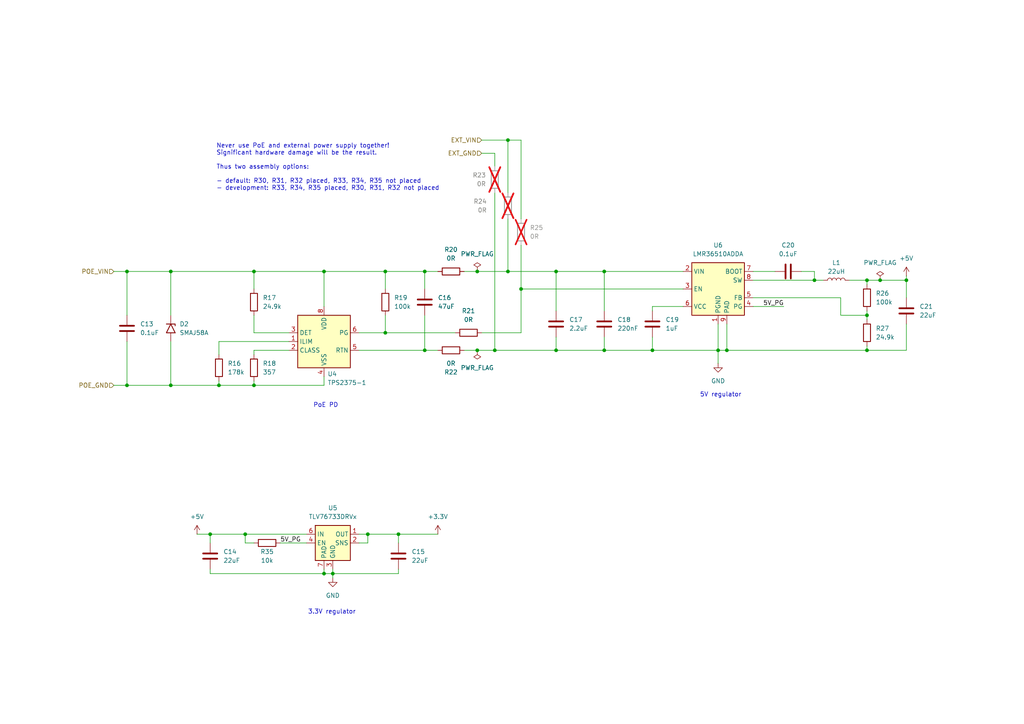
<source format=kicad_sch>
(kicad_sch (version 20250114) (generator "eeschema") (generator_version "9.0")
  (paper "A4")
  (title_block (title "iot-contact"))
  (lib_symbols
    (symbol "Device:C" (pin_numbers (hide yes)) (pin_names (offset 0.254))
      (property "Reference" "C" (at 0.635 2.54 0))
      (property "Value" "C" (at 0.635 -2.54 0))
      (symbol "C_0_1"
        (polyline (pts (xy -2.032 0.762) (xy 2.032 0.762)) (stroke (width 0.508)))
        (polyline (pts (xy -2.032 -0.762) (xy 2.032 -0.762)) (stroke (width 0.508)))
      )
      (symbol "C_1_1"
        (pin passive line (at 0 3.81 270) (length 2.794) (name "~") (number "1"))
        (pin passive line (at 0 -3.81 90) (length 2.794) (name "~") (number "2"))
      )
    )
    (symbol "Device:L" (pin_numbers (hide yes)) (pin_names (offset 1.016) (hide yes))
      (property "Reference" "L" (at -1.27 0 90))
      (property "Value" "L" (at 1.905 0 90))
      (symbol "L_0_1"
        (arc (start 0 2.54) (mid 0.6323 1.905) (end 0 1.27))
        (arc (start 0 1.27) (mid 0.6323 0.635) (end 0 0))
        (arc (start 0 0) (mid 0.6323 -0.635) (end 0 -1.27))
        (arc (start 0 -1.27) (mid 0.6323 -1.905) (end 0 -2.54))
      )
      (symbol "L_1_1"
        (pin passive line (at 0 3.81 270) (length 1.27) (name "1") (number "1"))
        (pin passive line (at 0 -3.81 90) (length 1.27) (name "2") (number "2"))
      )
    )
    (symbol "Device:R" (pin_numbers (hide yes)) (pin_names (offset 0))
      (property "Reference" "R" (at 2.032 0 90))
      (property "Value" "R" (at 0 0 90))
      (symbol "R_0_1"
        (rectangle (start -1.016 -2.54) (end 1.016 2.54) (stroke (width 0.254)))
      )
      (symbol "R_1_1"
        (pin passive line (at 0 3.81 270) (length 1.27) (name "~") (number "1"))
        (pin passive line (at 0 -3.81 90) (length 1.27) (name "~") (number "2"))
      )
    )
    (symbol "Diode:SMAJ58A" (pin_numbers (hide yes)) (pin_names (offset 1.016) (hide yes))
      (property "Reference" "D" (at 0 2.54 0))
      (property "Value" "SMAJ58A" (at 0 -2.54 0))
      (symbol "SMAJ58A_0_1"
        (polyline (pts (xy -0.762 1.27) (xy -1.27 1.27) (xy -1.27 -1.27)) (stroke (width 0.254)))
        (polyline (pts (xy 1.27 1.27) (xy 1.27 -1.27) (xy -1.27 0) (xy 1.27 1.27)) (stroke (width 0.254)))
      )
      (symbol "SMAJ58A_1_1"
        (pin passive line (at -3.81 0 0) (length 2.54) (name "A1") (number "1"))
        (pin passive line (at 3.81 0 180) (length 2.54) (name "A2") (number "2"))
      )
    )
    (symbol "Regulator_Controller:TPS2375-1"
      (property "Reference" "U" (at 2.54 -8.89 0))
      (property "Value" "TPS2375-1" (at 7.62 -11.43 0))
      (symbol "TPS2375-1_0_1"
        (rectangle (start -7.62 7.62) (end 7.62 -7.62) (stroke (width 0.254)) (fill (type background)))
      )
      (symbol "TPS2375-1_1_1"
        (pin passive line (at -10.16 2.54 0) (length 2.54) (name "DET") (number "3"))
        (pin passive line (at -10.16 0 0) (length 2.54) (name "ILIM") (number "1"))
        (pin passive line (at -10.16 -2.54 0) (length 2.54) (name "CLASS") (number "2"))
        (pin power_in line (at 0 10.16 270) (length 2.54) (name "VDD") (number "8"))
        (pin power_in line (at 0 -10.16 90) (length 2.54) (name "VSS") (number "4"))
        (pin no_connect line (at 7.62 0 180) (length 2.54) (hide yes) (name "NC") (number "7"))
        (pin open_collector line (at 10.16 2.54 180) (length 2.54) (name "PG") (number "6"))
        (pin power_out line (at 10.16 -2.54 180) (length 2.54) (name "RTN") (number "5"))
      )
    )
    (symbol "Regulator_Linear:TLV76733DRVx"
      (property "Reference" "U" (at 0 8.89 0))
      (property "Value" "TLV76733DRVx" (at 0 6.35 0))
      (symbol "TLV76733DRVx_0_1"
        (rectangle (start -5.08 -5.08) (end 5.08 5.08) (stroke (width 0.254)) (fill (type background)))
      )
      (symbol "TLV76733DRVx_1_1"
        (pin power_in line (at -7.62 2.54 0) (length 2.54) (name "IN") (number "6"))
        (pin input line (at -7.62 0 0) (length 2.54) (name "EN") (number "4"))
        (pin passive line (at -2.54 -7.62 90) (length 2.54) (name "PAD") (number "7"))
        (pin power_in line (at 0 -7.62 90) (length 2.54) (name "GND") (number "3"))
        (pin passive line (at 0 -7.62 90) (length 2.54) (hide yes) (name "GND") (number "5"))
        (pin power_out line (at 7.62 2.54 180) (length 2.54) (name "OUT") (number "1"))
        (pin input line (at 7.62 0 180) (length 2.54) (name "SNS") (number "2"))
      )
    )
    (symbol "Regulator_Switching:LMR36510ADDA"
      (property "Reference" "U" (at 0 11.43 0))
      (property "Value" "LMR36510ADDA" (at 0 8.89 0))
      (symbol "LMR36510ADDA_0_1"
        (rectangle (start -7.62 7.62) (end 7.62 -7.62) (stroke (width 0.254)) (fill (type background)))
      )
      (symbol "LMR36510ADDA_1_1"
        (pin power_in line (at -10.16 5.08 0) (length 2.54) (name "VIN") (number "2"))
        (pin input line (at -10.16 0 0) (length 2.54) (name "EN") (number "3"))
        (pin power_out line (at -10.16 -5.08 0) (length 2.54) (name "VCC") (number "6"))
        (pin power_in line (at 0 -10.16 90) (length 2.54) (name "PGND") (number "1"))
        (pin power_in line (at 2.54 -10.16 90) (length 2.54) (name "PAD") (number "9"))
        (pin input line (at 10.16 5.08 180) (length 2.54) (name "BOOT") (number "7"))
        (pin output line (at 10.16 2.54 180) (length 2.54) (name "SW") (number "8"))
        (pin input line (at 10.16 -2.54 180) (length 2.54) (name "FB") (number "5"))
        (pin open_collector line (at 10.16 -5.08 180) (length 2.54) (name "PG") (number "4"))
      )
    )
    (symbol "power:+3.3V" (power) (pin_numbers (hide yes)) (pin_names (offset 0) (hide yes))
      (property "Value" "+3.3V" (at 0 3.556 0))
      (symbol "+3.3V_0_1"
        (polyline (pts (xy -0.762 1.27) (xy 0 2.54)))
        (polyline (pts (xy 0 2.54) (xy 0.762 1.27)))
        (polyline (pts (xy 0 0) (xy 0 2.54)))
      )
      (symbol "+3.3V_1_1"
        (pin power_in line (at 0 0 90) (length 0) (name "~") (number "1"))
      )
    )
    (symbol "power:+5V" (power) (pin_numbers (hide yes)) (pin_names (offset 0) (hide yes))
      (property "Value" "+5V" (at 0 3.556 0))
      (symbol "+5V_0_1"
        (polyline (pts (xy -0.762 1.27) (xy 0 2.54)))
        (polyline (pts (xy 0 2.54) (xy 0.762 1.27)))
        (polyline (pts (xy 0 0) (xy 0 2.54)))
      )
      (symbol "+5V_1_1"
        (pin power_in line (at 0 0 90) (length 0) (name "~") (number "1"))
      )
    )
    (symbol "power:GND" (power) (pin_numbers (hide yes)) (pin_names (offset 0) (hide yes))
      (property "Value" "GND" (at 0 -3.81 0))
      (symbol "GND_0_1"
        (polyline (pts (xy 0 0) (xy 0 -1.27) (xy 1.27 -1.27) (xy 0 -2.54) (xy -1.27 -1.27) (xy 0 -1.27)))
      )
      (symbol "GND_1_1"
        (pin power_in line (at 0 0 270) (length 0) (name "~") (number "1"))
      )
    )
    (symbol "power:PWR_FLAG" (power) (pin_numbers (hide yes)) (pin_names (offset 0) (hide yes))
      (property "Value" "PWR_FLAG" (at 0 3.81 0))
      (symbol "PWR_FLAG_0_0"
        (pin power_out line (at 0 0 90) (length 0) (name "~") (number "1"))
      )
      (symbol "PWR_FLAG_0_1"
        (polyline (pts (xy 0 0) (xy 0 1.27) (xy -1.016 1.905) (xy 0 2.54) (xy 1.016 1.905) (xy 0 1.27)))
      )
    )
  )
  (text "Never use PoE and external power supply together!\nSignificant hardware damage will be the result.\n\nThus two assembly options:\n\n- default: R30, R31, R32 placed, R33, R34, R35 not placed\n- development: R33, R34, R35 placed, R30, R31, R32 not placed" (at 62.738 48.514 0) (effects (font (size 1.27 1.27)) (justify left)))
  (text "5V regulator" (at 209.042 114.554 0) (effects (font (size 1.27 1.27))))
  (text "PoE PD" (at 94.488 117.602 0) (effects (font (size 1.27 1.27))))
  (text "3.3V regulator\n" (at 96.266 177.546 0) (effects (font (size 1.27 1.27))))
  (junction (at 161.29 78.74))
  (junction (at 96.52 166.37))
  (junction (at 60.96 154.94))
  (junction (at 175.26 101.6))
  (junction (at 138.43 101.6))
  (junction (at 36.83 78.74))
  (junction (at 143.51 101.6))
  (junction (at 251.46 91.44))
  (junction (at 36.83 111.76))
  (junction (at 251.46 81.28))
  (junction (at 93.98 78.74))
  (junction (at 115.57 154.94))
  (junction (at 151.13 83.82))
  (junction (at 63.5 111.76))
  (junction (at 175.26 78.74))
  (junction (at 255.27 81.28))
  (junction (at 189.23 101.6))
  (junction (at 123.19 78.74))
  (junction (at 71.12 154.94))
  (junction (at 251.46 101.6))
  (junction (at 138.43 78.74))
  (junction (at 147.32 78.74))
  (junction (at 106.68 154.94))
  (junction (at 49.53 111.76))
  (junction (at 73.66 111.76))
  (junction (at 111.76 96.52))
  (junction (at 236.22 81.28))
  (junction (at 111.76 78.74))
  (junction (at 262.89 81.28))
  (junction (at 93.98 166.37))
  (junction (at 73.66 78.74))
  (junction (at 49.53 78.74))
  (junction (at 147.32 40.64))
  (junction (at 161.29 101.6))
  (junction (at 123.19 101.6))
  (junction (at 208.28 101.6))
  (junction (at 210.82 101.6))
  (wire (pts (xy 104.14 154.94) (xy 106.68 154.94)))
  (wire (pts (xy 115.57 165.1) (xy 115.57 166.37)))
  (wire (pts (xy 147.32 78.74) (xy 161.29 78.74)))
  (wire (pts (xy 106.68 157.48) (xy 106.68 154.94)))
  (wire (pts (xy 71.12 154.94) (xy 88.9 154.94)))
  (wire (pts (xy 189.23 101.6) (xy 208.28 101.6)))
  (wire (pts (xy 115.57 154.94) (xy 127 154.94)))
  (wire (pts (xy 262.89 93.98) (xy 262.89 101.6)))
  (wire (pts (xy 60.96 154.94) (xy 71.12 154.94)))
  (wire (pts (xy 73.66 96.52) (xy 83.82 96.52)))
  (wire (pts (xy 243.84 91.44) (xy 251.46 91.44)))
  (wire (pts (xy 255.27 81.28) (xy 262.89 81.28)))
  (wire (pts (xy 232.41 78.74) (xy 236.22 78.74)))
  (wire (pts (xy 134.62 101.6) (xy 138.43 101.6)))
  (wire (pts (xy 161.29 101.6) (xy 175.26 101.6)))
  (wire (pts (xy 106.68 154.94) (xy 115.57 154.94)))
  (wire (pts (xy 218.44 86.36) (xy 243.84 86.36)))
  (wire (pts (xy 81.28 157.48) (xy 88.9 157.48)))
  (wire (pts (xy 104.14 101.6) (xy 123.19 101.6)))
  (wire (pts (xy 251.46 81.28) (xy 255.27 81.28)))
  (wire (pts (xy 96.52 166.37) (xy 96.52 167.64)))
  (wire (pts (xy 60.96 166.37) (xy 93.98 166.37)))
  (wire (pts (xy 123.19 78.74) (xy 127 78.74)))
  (wire (pts (xy 111.76 78.74) (xy 111.76 83.82)))
  (wire (pts (xy 49.53 111.76) (xy 63.5 111.76)))
  (wire (pts (xy 208.28 101.6) (xy 208.28 105.41)))
  (wire (pts (xy 123.19 101.6) (xy 127 101.6)))
  (wire (pts (xy 175.26 78.74) (xy 175.26 90.17)))
  (wire (pts (xy 73.66 78.74) (xy 93.98 78.74)))
  (wire (pts (xy 49.53 78.74) (xy 73.66 78.74)))
  (wire (pts (xy 151.13 40.64) (xy 147.32 40.64)))
  (wire (pts (xy 189.23 90.17) (xy 189.23 88.9)))
  (wire (pts (xy 111.76 78.74) (xy 123.19 78.74)))
  (wire (pts (xy 73.66 91.44) (xy 73.66 96.52)))
  (wire (pts (xy 93.98 165.1) (xy 93.98 166.37)))
  (wire (pts (xy 189.23 97.79) (xy 189.23 101.6)))
  (wire (pts (xy 236.22 78.74) (xy 236.22 81.28)))
  (wire (pts (xy 175.26 97.79) (xy 175.26 101.6)))
  (wire (pts (xy 33.02 78.74) (xy 36.83 78.74)))
  (wire (pts (xy 147.32 40.64) (xy 147.32 55.88)))
  (wire (pts (xy 115.57 166.37) (xy 96.52 166.37)))
  (wire (pts (xy 73.66 102.87) (xy 73.66 101.6)))
  (wire (pts (xy 210.82 101.6) (xy 251.46 101.6)))
  (wire (pts (xy 161.29 78.74) (xy 161.29 90.17)))
  (wire (pts (xy 143.51 101.6) (xy 161.29 101.6)))
  (wire (pts (xy 123.19 91.44) (xy 123.19 101.6)))
  (wire (pts (xy 251.46 81.28) (xy 251.46 82.55)))
  (wire (pts (xy 123.19 78.74) (xy 123.19 83.82)))
  (wire (pts (xy 208.28 93.98) (xy 208.28 101.6)))
  (wire (pts (xy 73.66 101.6) (xy 83.82 101.6)))
  (wire (pts (xy 138.43 78.74) (xy 147.32 78.74)))
  (wire (pts (xy 96.52 165.1) (xy 96.52 166.37)))
  (wire (pts (xy 36.83 99.06) (xy 36.83 111.76)))
  (wire (pts (xy 251.46 100.33) (xy 251.46 101.6)))
  (wire (pts (xy 151.13 71.12) (xy 151.13 83.82)))
  (wire (pts (xy 262.89 81.28) (xy 262.89 86.36)))
  (wire (pts (xy 73.66 78.74) (xy 73.66 83.82)))
  (wire (pts (xy 210.82 93.98) (xy 210.82 101.6)))
  (wire (pts (xy 93.98 78.74) (xy 111.76 78.74)))
  (wire (pts (xy 175.26 78.74) (xy 198.12 78.74)))
  (wire (pts (xy 93.98 166.37) (xy 96.52 166.37)))
  (wire (pts (xy 147.32 63.5) (xy 147.32 78.74)))
  (wire (pts (xy 49.53 78.74) (xy 49.53 91.44)))
  (wire (pts (xy 210.82 101.6) (xy 208.28 101.6)))
  (wire (pts (xy 251.46 91.44) (xy 251.46 92.71)))
  (wire (pts (xy 63.5 110.49) (xy 63.5 111.76)))
  (wire (pts (xy 139.7 44.45) (xy 143.51 44.45)))
  (wire (pts (xy 175.26 101.6) (xy 189.23 101.6)))
  (wire (pts (xy 93.98 78.74) (xy 93.98 88.9)))
  (wire (pts (xy 139.7 40.64) (xy 147.32 40.64)))
  (wire (pts (xy 111.76 91.44) (xy 111.76 96.52)))
  (wire (pts (xy 243.84 86.36) (xy 243.84 91.44)))
  (wire (pts (xy 36.83 78.74) (xy 36.83 91.44)))
  (wire (pts (xy 218.44 78.74) (xy 224.79 78.74)))
  (wire (pts (xy 60.96 154.94) (xy 60.96 157.48)))
  (wire (pts (xy 143.51 44.45) (xy 143.51 48.26)))
  (wire (pts (xy 71.12 157.48) (xy 71.12 154.94)))
  (wire (pts (xy 218.44 81.28) (xy 236.22 81.28)))
  (wire (pts (xy 63.5 111.76) (xy 73.66 111.76)))
  (wire (pts (xy 93.98 111.76) (xy 93.98 109.22)))
  (wire (pts (xy 218.44 88.9) (xy 227.33 88.9)))
  (wire (pts (xy 138.43 101.6) (xy 143.51 101.6)))
  (wire (pts (xy 151.13 96.52) (xy 151.13 83.82)))
  (wire (pts (xy 104.14 96.52) (xy 111.76 96.52)))
  (wire (pts (xy 251.46 90.17) (xy 251.46 91.44)))
  (wire (pts (xy 151.13 83.82) (xy 198.12 83.82)))
  (wire (pts (xy 57.15 154.94) (xy 60.96 154.94)))
  (wire (pts (xy 161.29 97.79) (xy 161.29 101.6)))
  (wire (pts (xy 60.96 165.1) (xy 60.96 166.37)))
  (wire (pts (xy 251.46 101.6) (xy 262.89 101.6)))
  (wire (pts (xy 161.29 78.74) (xy 175.26 78.74)))
  (wire (pts (xy 143.51 55.88) (xy 143.51 101.6)))
  (wire (pts (xy 73.66 110.49) (xy 73.66 111.76)))
  (wire (pts (xy 246.38 81.28) (xy 251.46 81.28)))
  (wire (pts (xy 73.66 111.76) (xy 93.98 111.76)))
  (wire (pts (xy 63.5 102.87) (xy 63.5 99.06)))
  (wire (pts (xy 33.02 111.76) (xy 36.83 111.76)))
  (wire (pts (xy 104.14 157.48) (xy 106.68 157.48)))
  (wire (pts (xy 236.22 81.28) (xy 238.76 81.28)))
  (wire (pts (xy 115.57 157.48) (xy 115.57 154.94)))
  (wire (pts (xy 134.62 78.74) (xy 138.43 78.74)))
  (wire (pts (xy 139.7 96.52) (xy 151.13 96.52)))
  (wire (pts (xy 63.5 99.06) (xy 83.82 99.06)))
  (wire (pts (xy 36.83 111.76) (xy 49.53 111.76)))
  (wire (pts (xy 73.66 157.48) (xy 71.12 157.48)))
  (wire (pts (xy 189.23 88.9) (xy 198.12 88.9)))
  (wire (pts (xy 36.83 78.74) (xy 49.53 78.74)))
  (wire (pts (xy 262.89 81.28) (xy 262.89 80.01)))
  (wire (pts (xy 49.53 99.06) (xy 49.53 111.76)))
  (wire (pts (xy 111.76 96.52) (xy 132.08 96.52)))
  (wire (pts (xy 151.13 63.5) (xy 151.13 40.64)))
  (label "5V_PG" (at 227.33 88.9 180))
  (label "5V_PG" (at 81.28 157.48 0))
  (hierarchical_label "EXT_GND" (shape input) (at 139.7 44.45 180))
  (hierarchical_label "POE_GND" (shape input) (at 33.02 111.76 180))
  (hierarchical_label "POE_VIN" (shape input) (at 33.02 78.74 180))
  (hierarchical_label "EXT_VIN" (shape input) (at 139.7 40.64 180))
  (symbol (lib_id "Device:C") (at 36.83 95.25 0) (unit 1)
    (property "Reference" "C13" (at 40.64 93.9799 0) (effects (justify left)))
    (property "Value" "0.1uF" (at 40.64 96.5199 0) (effects (justify left)))
    (property "Description" "Unpolarized capacitor" (effects (hide yes)))
  )
  (symbol (lib_id "Device:R") (at 111.76 87.63 0) (unit 1)
    (property "Reference" "R19" (at 114.3 86.3599 0) (effects (justify left)))
    (property "Value" "100k" (at 114.3 88.8999 0) (effects (justify left)))
    (property "Description" "Resistor" (effects (hide yes)))
  )
  (symbol (lib_id "Regulator_Linear:TLV76733DRVx") (at 96.52 157.48 0) (unit 1)
    (property "Reference" "U5" (at 96.52 147.32 0))
    (property "Value" "TLV76733DRVx" (at 96.52 149.86 0))
    (property "Footprint" "Package_SON:WSON-6-1EP_2x2mm_P0.65mm_EP1x1.6mm_ThermalVias" (effects (hide yes)))
    (property "Datasheet" "www.ti.com/lit/gpn/TLV767" (effects (hide yes)))
    (property "Description" "1A Precision Linear Voltage Regulator, with enable pin, Fixed Output 3.3V, WSON6" (effects (hide yes)))
  )
  (symbol (lib_id "Device:R") (at 130.81 101.6 90) (mirror x) (unit 1)
    (property "Reference" "R22" (at 130.81 107.95 90))
    (property "Value" "0R" (at 130.81 105.41 90))
    (property "Description" "Resistor" (effects (hide yes)))
  )
  (symbol (lib_id "Regulator_Controller:TPS2375-1") (at 93.98 99.06 0) (unit 1)
    (property "Reference" "U4" (at 94.996 108.458 0) (effects (justify left)))
    (property "Value" "TPS2375-1" (at 94.996 110.998 0) (effects (justify left)))
    (property "Footprint" "Package_SO:TSSOP-8_4.4x3mm_P0.65mm" (effects (hide yes)))
    (property "Datasheet" "https://www.ti.com/lit/gpn/tps2375-1" (effects (hide yes)))
    (property "Description" "IEEE802.3af PoE Controller, Auto-Retry" (effects (hide yes)))
  )
  (symbol (lib_id "power:+3.3V") (at 127 154.94 0) (unit 1)
    (property "Reference" "#PWR035" (effects (hide yes)))
    (property "Value" "+3.3V" (at 127 149.86 0))
    (property "Description" "Power symbol creates a global label with name \"+3.3V\"" (effects (hide yes)))
  )
  (symbol (lib_id "Device:R") (at 73.66 106.68 0) (unit 1)
    (property "Reference" "R18" (at 76.2 105.4099 0) (effects (justify left)))
    (property "Value" "357" (at 76.2 107.9499 0) (effects (justify left)))
    (property "Description" "Resistor" (effects (hide yes)))
  )
  (symbol (lib_id "Device:R") (at 147.32 59.69 0) (mirror y) (unit 1) (dnp yes)
    (property "Reference" "R24" (at 141.224 58.42 0) (effects (justify left)))
    (property "Value" "0R" (at 141.224 60.96 0) (effects (justify left)))
    (property "Description" "Resistor" (effects (hide yes)))
  )
  (symbol (lib_id "Diode:SMAJ58A") (at 49.53 95.25 270) (unit 1)
    (property "Reference" "D2" (at 52.07 93.9799 90) (effects (justify left)))
    (property "Value" "SMAJ58A" (at 52.07 96.5199 90) (effects (justify left)))
    (property "Footprint" "Diode_SMD:D_SMA" (effects (hide yes)))
    (property "Datasheet" "https://www.littelfuse.com/media?resourcetype=datasheets&itemid=75e32973-b177-4ee3-a0ff-cedaf1abdb93&filename=smaj-datasheet" (effects (hide yes)))
    (property "Description" "400W unidirectional Transient Voltage Suppressor, 58.0Vr, SMA(DO-214AC)" (effects (hide yes)))
  )
  (symbol (lib_id "Device:R") (at 251.46 96.52 0) (unit 1)
    (property "Reference" "R27" (at 254 95.2499 0) (effects (justify left)))
    (property "Value" "24.9k" (at 254 97.7899 0) (effects (justify left)))
    (property "Description" "Resistor" (effects (hide yes)))
  )
  (symbol (lib_id "Device:R") (at 251.46 86.36 0) (unit 1)
    (property "Reference" "R26" (at 254 85.0899 0) (effects (justify left)))
    (property "Value" "100k" (at 254 87.6299 0) (effects (justify left)))
    (property "Description" "Resistor" (effects (hide yes)))
  )
  (symbol (lib_id "power:+5V") (at 262.89 80.01 0) (unit 1)
    (property "Reference" "#PWR037" (effects (hide yes)))
    (property "Value" "+5V" (at 262.89 74.93 0))
    (property "Description" "Power symbol creates a global label with name \"+5V\"" (effects (hide yes)))
  )
  (symbol (lib_id "power:PWR_FLAG") (at 138.43 101.6 0) (mirror x) (unit 1)
    (property "Reference" "#FLG09" (effects (hide yes)))
    (property "Value" "PWR_FLAG" (at 138.43 106.68 0))
    (property "Description" "Special symbol for telling ERC where power comes from" (effects (hide yes)))
  )
  (symbol (lib_id "Device:C") (at 175.26 93.98 0) (unit 1)
    (property "Reference" "C18" (at 179.07 92.7099 0) (effects (justify left)))
    (property "Value" "220nF" (at 179.07 95.2499 0) (effects (justify left)))
    (property "Description" "Unpolarized capacitor" (effects (hide yes)))
  )
  (symbol (lib_id "power:GND") (at 208.28 105.41 0) (unit 1)
    (property "Reference" "#PWR036" (effects (hide yes)))
    (property "Value" "GND" (at 208.28 110.49 0))
    (property "Description" "Power symbol creates a global label with name \"GND\" , ground" (effects (hide yes)))
  )
  (symbol (lib_id "Device:R") (at 135.89 96.52 90) (unit 1)
    (property "Reference" "R21" (at 135.89 90.17 90))
    (property "Value" "0R" (at 135.89 92.71 90))
    (property "Description" "Resistor" (effects (hide yes)))
  )
  (symbol (lib_id "power:PWR_FLAG") (at 138.43 78.74 0) (unit 1)
    (property "Reference" "#FLG01" (effects (hide yes)))
    (property "Value" "PWR_FLAG" (at 138.43 73.66 0))
    (property "Description" "Special symbol for telling ERC where power comes from" (effects (hide yes)))
  )
  (symbol (lib_id "power:+5V") (at 57.15 154.94 0) (unit 1)
    (property "Reference" "#PWR033" (effects (hide yes)))
    (property "Value" "+5V" (at 57.15 149.86 0))
    (property "Description" "Power symbol creates a global label with name \"+5V\"" (effects (hide yes)))
  )
  (symbol (lib_id "Device:C") (at 115.57 161.29 0) (unit 1)
    (property "Reference" "C15" (at 119.38 160.0199 0) (effects (justify left)))
    (property "Value" "22uF" (at 119.38 162.5599 0) (effects (justify left)))
    (property "Description" "Unpolarized capacitor" (effects (hide yes)))
  )
  (symbol (lib_id "Device:R") (at 143.51 52.07 0) (mirror y) (unit 1) (dnp yes)
    (property "Reference" "R23" (at 140.97 50.7999 0) (effects (justify left)))
    (property "Value" "0R" (at 140.97 53.3399 0) (effects (justify left)))
    (property "Description" "Resistor" (effects (hide yes)))
  )
  (symbol (lib_id "power:GND") (at 96.52 167.64 0) (unit 1)
    (property "Reference" "#PWR034" (effects (hide yes)))
    (property "Value" "GND" (at 96.52 172.72 0))
    (property "Description" "Power symbol creates a global label with name \"GND\" , ground" (effects (hide yes)))
  )
  (symbol (lib_id "Device:R") (at 130.81 78.74 90) (unit 1)
    (property "Reference" "R20" (at 130.81 72.39 90))
    (property "Value" "0R" (at 130.81 74.93 90))
    (property "Description" "Resistor" (effects (hide yes)))
  )
  (symbol (lib_id "Device:L") (at 242.57 81.28 90) (unit 1)
    (property "Reference" "L1" (at 242.57 76.2 90))
    (property "Value" "22uH" (at 242.57 78.74 90))
    (property "Description" "Inductor" (effects (hide yes)))
  )
  (symbol (lib_id "Device:R") (at 63.5 106.68 0) (unit 1)
    (property "Reference" "R16" (at 66.04 105.4099 0) (effects (justify left)))
    (property "Value" "178k" (at 66.04 107.9499 0) (effects (justify left)))
    (property "Description" "Resistor" (effects (hide yes)))
  )
  (symbol (lib_id "Device:C") (at 228.6 78.74 90) (unit 1)
    (property "Reference" "C20" (at 228.6 71.12 90))
    (property "Value" "0.1uF" (at 228.6 73.66 90))
    (property "Description" "Unpolarized capacitor" (effects (hide yes)))
  )
  (symbol (lib_id "Device:C") (at 262.89 90.17 0) (unit 1)
    (property "Reference" "C21" (at 266.7 88.8999 0) (effects (justify left)))
    (property "Value" "22uF" (at 266.7 91.4399 0) (effects (justify left)))
    (property "Description" "Unpolarized capacitor" (effects (hide yes)))
  )
  (symbol (lib_id "Device:C") (at 189.23 93.98 0) (unit 1)
    (property "Reference" "C19" (at 193.04 92.7099 0) (effects (justify left)))
    (property "Value" "1uF" (at 193.04 95.2499 0) (effects (justify left)))
    (property "Description" "Unpolarized capacitor" (effects (hide yes)))
  )
  (symbol (lib_id "Device:R") (at 73.66 87.63 0) (unit 1)
    (property "Reference" "R17" (at 76.2 86.3599 0) (effects (justify left)))
    (property "Value" "24.9k" (at 76.2 88.8999 0) (effects (justify left)))
    (property "Description" "Resistor" (effects (hide yes)))
  )
  (symbol (lib_id "Device:C") (at 123.19 87.63 0) (unit 1)
    (property "Reference" "C16" (at 127 86.3599 0) (effects (justify left)))
    (property "Value" "47uF" (at 127 88.8999 0) (effects (justify left)))
    (property "Description" "Unpolarized capacitor" (effects (hide yes)))
  )
  (symbol (lib_id "Device:C") (at 161.29 93.98 0) (unit 1)
    (property "Reference" "C17" (at 165.1 92.7099 0) (effects (justify left)))
    (property "Value" "2.2uF" (at 165.1 95.2499 0) (effects (justify left)))
    (property "Description" "Unpolarized capacitor" (effects (hide yes)))
  )
  (symbol (lib_id "Device:R") (at 77.47 157.48 90) (mirror x) (unit 1)
    (property "Reference" "R35" (at 77.47 160.02 90))
    (property "Value" "10k" (at 77.47 162.56 90))
    (property "Description" "Resistor" (effects (hide yes)))
  )
  (symbol (lib_id "Device:R") (at 151.13 67.31 0) (unit 1) (dnp yes)
    (property "Reference" "R25" (at 153.67 66.0399 0) (effects (justify left)))
    (property "Value" "0R" (at 153.67 68.5799 0) (effects (justify left)))
    (property "Description" "Resistor" (effects (hide yes)))
  )
  (symbol (lib_id "Device:C") (at 60.96 161.29 0) (unit 1)
    (property "Reference" "C14" (at 64.77 160.0199 0) (effects (justify left)))
    (property "Value" "22uF" (at 64.77 162.5599 0) (effects (justify left)))
    (property "Description" "Unpolarized capacitor" (effects (hide yes)))
  )
  (symbol (lib_id "Regulator_Switching:LMR36510ADDA") (at 208.28 83.82 0) (unit 1)
    (property "Reference" "U6" (at 208.28 71.12 0))
    (property "Value" "LMR36510ADDA" (at 208.28 73.66 0))
    (property "Footprint" "Package_SO:Texas_HTSOP-8-1EP_3.9x4.9mm_P1.27mm_EP2.95x4.9mm_Mask2.4x3.1mm_ThermalVias" (effects (hide yes)))
    (property "Datasheet" "http://www.ti.com/lit/ds/symlink/lmr36510.pdf" (effects (hide yes)))
    (property "Description" "Simple Switcher Synchronous Buck Regulator, Vin=4.2-65V, Iout=1A, F=400kHz, Adjustable output voltage, HSOP-8" (effects (hide yes)))
  )
  (symbol (lib_id "power:PWR_FLAG") (at 255.27 81.28 0) (unit 1)
    (property "Reference" "#FLG08" (effects (hide yes)))
    (property "Value" "PWR_FLAG" (at 255.27 76.2 0))
    (property "Description" "Special symbol for telling ERC where power comes from" (effects (hide yes)))
  )
)
</source>
